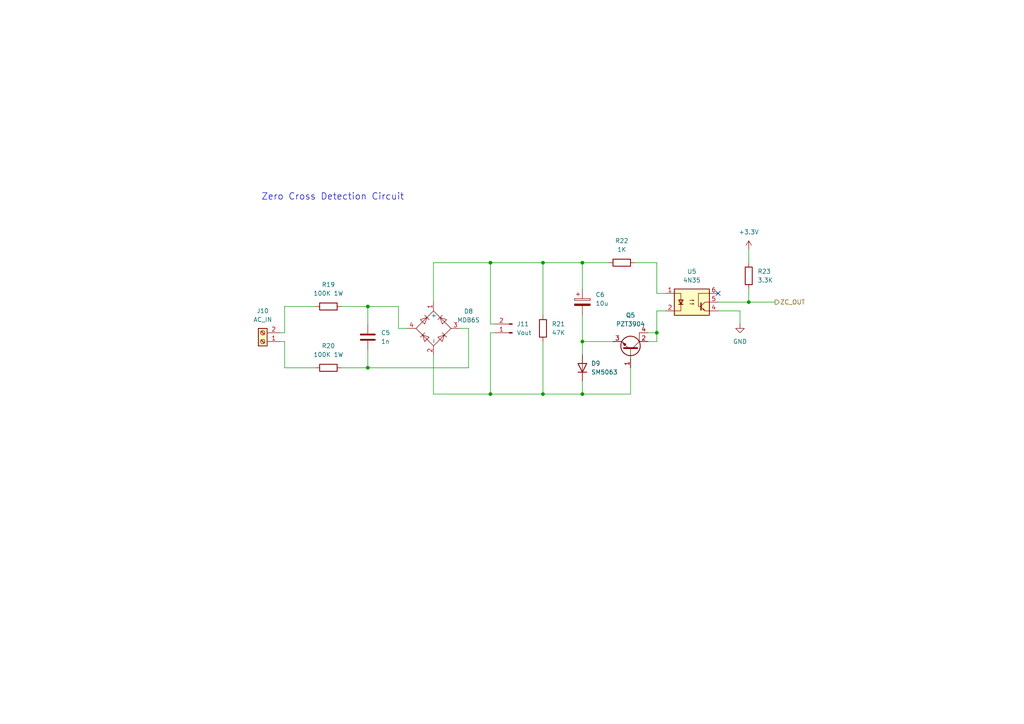
<source format=kicad_sch>
(kicad_sch (version 20250114) (generator "eeschema") (generator_version "9.0")
  (paper "A4")
  (title_block (date "2025-03-21") (rev "0") (company "キムラシール株式会社"))
  (lib_symbols
    (symbol "Connector:Conn_01x02_Pin" (pin_names (offset 1.016) (hide yes))
      (property "Reference" "J" (at 0 2.54 0))
      (property "Value" "Conn_01x02_Pin" (at 0 -5.08 0))
      (symbol "Conn_01x02_Pin_1_1"
        (rectangle (start 0.8636 0.127) (end 0 -0.127) (stroke (width 0.1524)) (fill (type outline)))
        (rectangle (start 0.8636 -2.413) (end 0 -2.667) (stroke (width 0.1524)) (fill (type outline)))
        (polyline (pts (xy 1.27 0) (xy 0.8636 0)) (stroke (width 0.1524)))
        (polyline (pts (xy 1.27 -2.54) (xy 0.8636 -2.54)) (stroke (width 0.1524)))
        (pin passive line (at 5.08 0 180) (length 3.81) (name "Pin_1") (number "1"))
        (pin passive line (at 5.08 -2.54 180) (length 3.81) (name "Pin_2") (number "2"))
      )
    )
    (symbol "Connector:Screw_Terminal_01x02" (pin_names (offset 1.016) (hide yes))
      (property "Reference" "J" (at 0 2.54 0))
      (property "Value" "Screw_Terminal_01x02" (at 0 -5.08 0))
      (symbol "Screw_Terminal_01x02_1_1"
        (rectangle (start -1.27 1.27) (end 1.27 -3.81) (stroke (width 0.254)) (fill (type background)))
        (polyline (pts (xy -0.5334 0.3302) (xy 0.3302 -0.508)) (stroke (width 0.1524)))
        (polyline (pts (xy -0.5334 -2.2098) (xy 0.3302 -3.048)) (stroke (width 0.1524)))
        (polyline (pts (xy -0.3556 0.508) (xy 0.508 -0.3302)) (stroke (width 0.1524)))
        (polyline (pts (xy -0.3556 -2.032) (xy 0.508 -2.8702)) (stroke (width 0.1524)))
        (circle (center 0 0) (radius 0.635) (stroke (width 0.1524)))
        (circle (center 0 -2.54) (radius 0.635) (stroke (width 0.1524)))
        (pin passive line (at -5.08 0 0) (length 3.81) (name "Pin_1") (number "1"))
        (pin passive line (at -5.08 -2.54 0) (length 3.81) (name "Pin_2") (number "2"))
      )
    )
    (symbol "Device:C" (pin_numbers (hide yes)) (pin_names (offset 0.254))
      (property "Reference" "C" (at 0.635 2.54 0))
      (property "Value" "C" (at 0.635 -2.54 0))
      (symbol "C_0_1"
        (polyline (pts (xy -2.032 0.762) (xy 2.032 0.762)) (stroke (width 0.508)))
        (polyline (pts (xy -2.032 -0.762) (xy 2.032 -0.762)) (stroke (width 0.508)))
      )
      (symbol "C_1_1"
        (pin passive line (at 0 3.81 270) (length 2.794) (name "~") (number "1"))
        (pin passive line (at 0 -3.81 90) (length 2.794) (name "~") (number "2"))
      )
    )
    (symbol "Device:C_Polarized" (pin_numbers (hide yes)) (pin_names (offset 0.254))
      (property "Reference" "C" (at 0.635 2.54 0))
      (property "Value" "C_Polarized" (at 0.635 -2.54 0))
      (symbol "C_Polarized_0_1"
        (rectangle (start -2.286 0.508) (end 2.286 1.016))
        (polyline (pts (xy -1.778 2.286) (xy -0.762 2.286)))
        (polyline (pts (xy -1.27 2.794) (xy -1.27 1.778)))
        (rectangle (start 2.286 -0.508) (end -2.286 -1.016) (fill (type outline)))
      )
      (symbol "C_Polarized_1_1"
        (pin passive line (at 0 3.81 270) (length 2.794) (name "~") (number "1"))
        (pin passive line (at 0 -3.81 90) (length 2.794) (name "~") (number "2"))
      )
    )
    (symbol "Device:R" (pin_numbers (hide yes)) (pin_names (offset 0))
      (property "Reference" "R" (at 2.032 0 90))
      (property "Value" "R" (at 0 0 90))
      (symbol "R_0_1"
        (rectangle (start -1.016 -2.54) (end 1.016 2.54) (stroke (width 0.254)))
      )
      (symbol "R_1_1"
        (pin passive line (at 0 3.81 270) (length 1.27) (name "~") (number "1"))
        (pin passive line (at 0 -3.81 90) (length 1.27) (name "~") (number "2"))
      )
    )
    (symbol "Diode:SM5063" (pin_numbers (hide yes)) (pin_names (hide yes))
      (property "Reference" "D" (at 0 2.54 0))
      (property "Value" "SM5063" (at 0 -2.54 0))
      (symbol "SM5063_0_1"
        (polyline (pts (xy -1.27 1.27) (xy -1.27 -1.27)) (stroke (width 0.254)))
        (polyline (pts (xy 1.27 1.27) (xy 1.27 -1.27) (xy -1.27 0) (xy 1.27 1.27)) (stroke (width 0.254)))
        (polyline (pts (xy 1.27 0) (xy -1.27 0)))
      )
      (symbol "SM5063_1_1"
        (pin passive line (at -3.81 0 0) (length 2.54) (name "K") (number "1"))
        (pin passive line (at 3.81 0 180) (length 2.54) (name "A") (number "2"))
      )
    )
    (symbol "Diode_Bridge:MDB6S"
      (property "Reference" "D" (at 3.81 6.35 0))
      (property "Value" "MDB6S" (at 6.35 3.81 0))
      (symbol "MDB6S_1_1"
        (polyline (pts (xy -5.08 0) (xy 0 -5.08) (xy 5.08 0) (xy 0 5.08) (xy -5.08 0)))
        (polyline (pts (xy -3.81 2.54) (xy -2.54 1.27) (xy -1.905 3.175) (xy -3.81 2.54)))
        (polyline (pts (xy -2.54 3.81) (xy -1.27 2.54)))
        (polyline (pts (xy -2.54 -1.27) (xy -3.81 -2.54) (xy -1.905 -3.175) (xy -2.54 -1.27)))
        (polyline (pts (xy -1.27 -2.54) (xy -2.54 -3.81)))
        (polyline (pts (xy 1.27 2.54) (xy 2.54 3.81) (xy 3.175 1.905) (xy 1.27 2.54)))
        (polyline (pts (xy 2.54 1.27) (xy 3.81 2.54)))
        (polyline (pts (xy 2.54 -1.27) (xy 3.81 -2.54)))
        (polyline (pts (xy 3.175 -1.905) (xy 1.27 -2.54) (xy 2.54 -3.81) (xy 3.175 -1.905)))
        (pin passive line (at -7.62 0 0) (length 2.54) (name "-") (number "2"))
        (pin passive line (at 0 7.62 270) (length 2.54) (name "~") (number "4"))
        (pin passive line (at 0 -7.62 90) (length 2.54) (name "~") (number "3"))
        (pin passive line (at 7.62 0 180) (length 2.54) (name "+") (number "1"))
      )
    )
    (symbol "Isolator:4N35" (pin_names (offset 1.016))
      (property "Reference" "U" (at -5.08 5.08 0))
      (property "Value" "4N35" (at 0 5.08 0))
      (symbol "4N35_0_1"
        (rectangle (start -5.08 3.81) (end 5.08 -3.81) (stroke (width 0.254)) (fill (type background)))
        (polyline (pts (xy -5.08 -2.54) (xy -3.175 -2.54) (xy -3.175 2.54) (xy -5.08 2.54)))
        (polyline (pts (xy -3.81 -0.635) (xy -2.54 -0.635)) (stroke (width 0.254)))
        (polyline (pts (xy -3.175 -0.635) (xy -3.81 0.635) (xy -2.54 0.635) (xy -3.175 -0.635)) (stroke (width 0.254)))
        (polyline (pts (xy -0.635 0.508) (xy 0.635 0.508) (xy 0.254 0.381) (xy 0.254 0.635) (xy 0.635 0.508)))
        (polyline (pts (xy -0.635 -0.508) (xy 0.635 -0.508) (xy 0.254 -0.635) (xy 0.254 -0.381) (xy 0.635 -0.508)))
        (polyline (pts (xy 2.667 -0.254) (xy 2.667 -2.286) (xy 2.667 -2.286)) (stroke (width 0.3556)))
        (polyline (pts (xy 2.667 -1.143) (xy 3.81 0)))
        (polyline (pts (xy 2.667 -1.397) (xy 3.81 -2.54)))
        (polyline (pts (xy 3.683 -2.413) (xy 3.429 -1.905) (xy 3.175 -2.159) (xy 3.683 -2.413)))
        (polyline (pts (xy 3.81 0) (xy 5.08 0)))
        (polyline (pts (xy 3.81 -2.54) (xy 5.08 -2.54)))
        (polyline (pts (xy 5.08 2.54) (xy 1.905 2.54) (xy 1.905 -1.27) (xy 2.54 -1.27)))
      )
      (symbol "4N35_1_1"
        (pin passive line (at -7.62 2.54 0) (length 2.54) (name "~") (number "1"))
        (pin passive line (at -7.62 -2.54 0) (length 2.54) (name "~") (number "2"))
        (pin no_connect line (at -5.08 0 0) (length 2.54) (hide yes) (name "NC") (number "3"))
        (pin passive line (at 7.62 2.54 180) (length 2.54) (name "~") (number "6"))
        (pin passive line (at 7.62 0 180) (length 2.54) (name "~") (number "5"))
        (pin passive line (at 7.62 -2.54 180) (length 2.54) (name "~") (number "4"))
      )
    )
    (symbol "Transistor_BJT:PZT3904" (pin_names (offset 0) (hide yes))
      (property "Reference" "Q" (at 5.08 1.905 0))
      (property "Value" "PZT3904" (at 5.08 0 0))
      (symbol "PZT3904_0_1"
        (polyline (pts (xy -2.54 0) (xy 0.635 0)))
        (polyline (pts (xy 0.635 1.905) (xy 0.635 -1.905)) (stroke (width 0.508)))
        (circle (center 1.27 0) (radius 2.8194) (stroke (width 0.254)))
        (polyline (pts (xy 2.54 2.54) (xy 5.08 2.54)))
      )
      (symbol "PZT3904_1_1"
        (polyline (pts (xy 0.635 0.635) (xy 2.54 2.54)))
        (polyline (pts (xy 0.635 -0.635) (xy 2.54 -2.54)))
        (polyline (pts (xy 1.27 -1.778) (xy 1.778 -1.27) (xy 2.286 -2.286) (xy 1.27 -1.778)) (fill (type outline)))
        (pin input line (at -5.08 0 0) (length 2.54) (name "B") (number "1"))
        (pin passive line (at 2.54 5.08 270) (length 2.54) (name "C") (number "2"))
        (pin passive line (at 2.54 -5.08 90) (length 2.54) (name "E") (number "3"))
        (pin passive line (at 5.08 5.08 270) (length 2.54) (name "C") (number "4"))
      )
    )
    (symbol "power:+3.3V" (power) (pin_numbers (hide yes)) (pin_names (offset 0) (hide yes))
      (property "Value" "+3.3V" (at 0 3.556 0))
      (symbol "+3.3V_0_1"
        (polyline (pts (xy -0.762 1.27) (xy 0 2.54)))
        (polyline (pts (xy 0 2.54) (xy 0.762 1.27)))
        (polyline (pts (xy 0 0) (xy 0 2.54)))
      )
      (symbol "+3.3V_1_1"
        (pin power_in line (at 0 0 90) (length 0) (name "~") (number "1"))
      )
    )
    (symbol "power:GND" (power) (pin_numbers (hide yes)) (pin_names (offset 0) (hide yes))
      (property "Value" "GND" (at 0 -3.81 0))
      (symbol "GND_0_1"
        (polyline (pts (xy 0 0) (xy 0 -1.27) (xy 1.27 -1.27) (xy 0 -2.54) (xy -1.27 -1.27) (xy 0 -1.27)))
      )
      (symbol "GND_1_1"
        (pin power_in line (at 0 0 270) (length 0) (name "~") (number "1"))
      )
    )
  )
  (text "Zero Cross Detection Circuit\n" (at 96.52 57.15 0) (effects (font (size 1.905 1.905))))
  (junction (at 142.24 114.3))
  (junction (at 168.91 114.3))
  (junction (at 168.91 76.2))
  (junction (at 190.5 96.52))
  (junction (at 106.68 88.9))
  (junction (at 157.48 76.2))
  (junction (at 106.68 106.68))
  (junction (at 168.91 99.06))
  (junction (at 142.24 76.2))
  (junction (at 217.17 87.63))
  (junction (at 157.48 114.3))
  (no_connect (at 208.28 85.09))
  (wire (pts (xy 125.73 76.2) (xy 125.73 87.63)))
  (wire (pts (xy 182.88 114.3) (xy 182.88 106.68)))
  (wire (pts (xy 214.63 90.17) (xy 214.63 93.98)))
  (wire (pts (xy 81.28 99.06) (xy 82.55 99.06)))
  (wire (pts (xy 217.17 72.39) (xy 217.17 76.2)))
  (wire (pts (xy 157.48 99.06) (xy 157.48 114.3)))
  (wire (pts (xy 190.5 99.06) (xy 190.5 96.52)))
  (wire (pts (xy 99.06 88.9) (xy 106.68 88.9)))
  (wire (pts (xy 142.24 93.98) (xy 143.51 93.98)))
  (wire (pts (xy 184.15 76.2) (xy 190.5 76.2)))
  (wire (pts (xy 106.68 88.9) (xy 115.57 88.9)))
  (wire (pts (xy 168.91 76.2) (xy 176.53 76.2)))
  (wire (pts (xy 187.96 96.52) (xy 190.5 96.52)))
  (wire (pts (xy 157.48 76.2) (xy 168.91 76.2)))
  (wire (pts (xy 106.68 88.9) (xy 106.68 93.98)))
  (wire (pts (xy 82.55 99.06) (xy 82.55 106.68)))
  (wire (pts (xy 190.5 76.2) (xy 190.5 85.09)))
  (wire (pts (xy 125.73 114.3) (xy 142.24 114.3)))
  (wire (pts (xy 208.28 87.63) (xy 217.17 87.63)))
  (wire (pts (xy 135.89 95.25) (xy 133.35 95.25)))
  (wire (pts (xy 106.68 106.68) (xy 135.89 106.68)))
  (wire (pts (xy 125.73 102.87) (xy 125.73 114.3)))
  (wire (pts (xy 157.48 114.3) (xy 168.91 114.3)))
  (wire (pts (xy 99.06 106.68) (xy 106.68 106.68)))
  (wire (pts (xy 106.68 101.6) (xy 106.68 106.68)))
  (wire (pts (xy 115.57 95.25) (xy 115.57 88.9)))
  (wire (pts (xy 157.48 76.2) (xy 157.48 91.44)))
  (wire (pts (xy 168.91 91.44) (xy 168.91 99.06)))
  (wire (pts (xy 82.55 88.9) (xy 91.44 88.9)))
  (wire (pts (xy 118.11 95.25) (xy 115.57 95.25)))
  (wire (pts (xy 142.24 76.2) (xy 157.48 76.2)))
  (wire (pts (xy 142.24 96.52) (xy 142.24 114.3)))
  (wire (pts (xy 217.17 87.63) (xy 224.79 87.63)))
  (wire (pts (xy 187.96 99.06) (xy 190.5 99.06)))
  (wire (pts (xy 135.89 106.68) (xy 135.89 95.25)))
  (wire (pts (xy 82.55 96.52) (xy 82.55 88.9)))
  (wire (pts (xy 142.24 114.3) (xy 157.48 114.3)))
  (wire (pts (xy 81.28 96.52) (xy 82.55 96.52)))
  (wire (pts (xy 142.24 96.52) (xy 143.51 96.52)))
  (wire (pts (xy 82.55 106.68) (xy 91.44 106.68)))
  (wire (pts (xy 168.91 99.06) (xy 177.8 99.06)))
  (wire (pts (xy 168.91 99.06) (xy 168.91 102.87)))
  (wire (pts (xy 190.5 90.17) (xy 193.04 90.17)))
  (wire (pts (xy 168.91 110.49) (xy 168.91 114.3)))
  (wire (pts (xy 168.91 114.3) (xy 182.88 114.3)))
  (wire (pts (xy 217.17 87.63) (xy 217.17 83.82)))
  (wire (pts (xy 190.5 96.52) (xy 190.5 90.17)))
  (wire (pts (xy 142.24 76.2) (xy 142.24 93.98)))
  (wire (pts (xy 125.73 76.2) (xy 142.24 76.2)))
  (wire (pts (xy 168.91 76.2) (xy 168.91 83.82)))
  (wire (pts (xy 208.28 90.17) (xy 214.63 90.17)))
  (wire (pts (xy 190.5 85.09) (xy 193.04 85.09)))
  (hierarchical_label "ZC_OUT" (shape output) (at 224.79 87.63 0))
  (symbol (lib_id "Diode:SM5063") (at 168.91 106.68 90) (unit 1)
    (property "Reference" "D9" (at 171.45 105.4099 90) (effects (justify right)))
    (property "Value" "SM5063" (at 171.45 107.9499 90) (effects (justify right)))
    (property "Footprint" "Diode_SMD:D_MELF" (effects (hide yes)))
    (property "Datasheet" "https://diotec.com/request/datasheet/sm5059.pdf" (effects (hide yes)))
    (property "Description" "Standard Recovery SMD Rectifier Diodes, IFAV = 2A, IFSM = 50/55A (50/60Hz), trr = 1500ns, VRRM = 1000V, DO-213AB (MELF)" (effects (hide yes)))
    (property "Sim.Device" "D" (effects (hide yes)))
    (property "Sim.Pins" "1=K 2=A" (effects (hide yes)))
  )
  (symbol (lib_id "Device:R") (at 180.34 76.2 90) (unit 1)
    (property "Reference" "R22" (at 180.34 69.85 90))
    (property "Value" "1K" (at 180.34 72.39 90))
    (property "Footprint" "Custom_footprints:Yageo RC_L 1206" (effects (hide yes)))
    (property "Description" "Resistor" (effects (hide yes)))
  )
  (symbol (lib_id "power:GND") (at 214.63 93.98 0) (unit 1)
    (property "Reference" "#PWR016" (effects (hide yes)))
    (property "Value" "GND" (at 214.63 99.06 0))
    (property "Description" "Power symbol creates a global label with name \"GND\" , ground" (effects (hide yes)))
  )
  (symbol (lib_id "Device:R") (at 95.25 88.9 90) (unit 1)
    (property "Reference" "R19" (at 95.25 82.55 90))
    (property "Value" "100K 1W" (at 95.25 85.09 90))
    (property "Footprint" "Custom_footprints:Yageo RC_L 1218" (effects (hide yes)))
    (property "Description" "Resistor" (effects (hide yes)))
  )
  (symbol (lib_id "Device:C") (at 106.68 97.79 0) (unit 1)
    (property "Reference" "C5" (at 110.49 96.5199 0) (effects (justify left)))
    (property "Value" "1n" (at 110.49 99.0599 0) (effects (justify left)))
    (property "Footprint" "Custom_footprints:TDK B32529C6102" (effects (hide yes)))
    (property "Description" "Unpolarized capacitor" (effects (hide yes)))
  )
  (symbol (lib_id "Diode_Bridge:MDB6S") (at 125.73 95.25 90) (unit 1)
    (property "Reference" "D8" (at 135.89 90.2968 90))
    (property "Value" "MDB6S" (at 135.89 92.8368 90))
    (property "Footprint" "Package_SO:TSSOP-4_4.4x5mm_P4mm" (effects (hide yes)))
    (property "Datasheet" "https://www.onsemi.com/pub/Collateral/MDB8S-D.PDF" (effects (hide yes)))
    (property "Description" "Single-Phase Bridge Rectifier, 420V Vrms, 1A If, TSSOP-4" (effects (hide yes)))
  )
  (symbol (lib_id "Device:R") (at 217.17 80.01 0) (unit 1)
    (property "Reference" "R23" (at 219.71 78.7399 0) (effects (justify left)))
    (property "Value" "3.3K" (at 219.71 81.2799 0) (effects (justify left)))
    (property "Footprint" "Custom_footprints:Yageo RC_L 1206" (effects (hide yes)))
    (property "Description" "Resistor" (effects (hide yes)))
  )
  (symbol (lib_id "Device:R") (at 157.48 95.25 0) (unit 1)
    (property "Reference" "R21" (at 160.02 93.9799 0) (effects (justify left)))
    (property "Value" "47K" (at 160.02 96.5199 0) (effects (justify left)))
    (property "Footprint" "Custom_footprints:Yageo RC_L 1206" (effects (hide yes)))
    (property "Description" "Resistor" (effects (hide yes)))
  )
  (symbol (lib_id "Device:C_Polarized") (at 168.91 87.63 0) (unit 1)
    (property "Reference" "C6" (at 172.72 85.4709 0) (effects (justify left)))
    (property "Value" "10u" (at 172.72 88.0109 0) (effects (justify left)))
    (property "Footprint" "Capacitor_SMD:CP_Elec_6.3x4.9" (effects (hide yes)))
    (property "Description" "Polarized capacitor" (effects (hide yes)))
  )
  (symbol (lib_id "Connector:Conn_01x02_Pin") (at 148.59 96.52 180) (unit 1)
    (property "Reference" "J11" (at 149.86 93.9799 0) (effects (justify right)))
    (property "Value" "Vout" (at 149.86 96.5199 0) (effects (justify right)))
    (property "Footprint" "Connector_PinHeader_2.54mm:PinHeader_1x02_P2.54mm_Vertical" (effects (hide yes)))
    (property "Description" "Generic connector, single row, 01x02, script generated" (effects (hide yes)))
  )
  (symbol (lib_id "power:+3.3V") (at 217.17 72.39 0) (unit 1)
    (property "Reference" "#PWR017" (effects (hide yes)))
    (property "Value" "+3.3V" (at 217.17 67.31 0))
    (property "Description" "Power symbol creates a global label with name \"+3.3V\"" (effects (hide yes)))
  )
  (symbol (lib_id "Device:R") (at 95.25 106.68 90) (unit 1)
    (property "Reference" "R20" (at 95.25 100.33 90))
    (property "Value" "100K 1W" (at 95.25 102.87 90))
    (property "Footprint" "Custom_footprints:Yageo RC_L 1218" (effects (hide yes)))
    (property "Description" "Resistor" (effects (hide yes)))
  )
  (symbol (lib_id "Transistor_BJT:PZT3904") (at 182.88 101.6 270) (mirror x) (unit 1)
    (property "Reference" "Q5" (at 182.88 91.44 90))
    (property "Value" "PZT3904" (at 182.88 93.98 90))
    (property "Footprint" "Package_TO_SOT_SMD:SOT-223" (effects (hide yes)))
    (property "Datasheet" "https://www.onsemi.com/pdf/datasheet/pzt3904-d.pdf" (effects (hide yes)))
    (property "Description" "0.2A Ic, 40V Vce, Small Signal NPN Transistor, SOT-223" (effects (hide yes)))
  )
  (symbol (lib_id "Isolator:4N35") (at 200.66 87.63 0) (unit 1)
    (property "Reference" "U5" (at 200.66 78.74 0))
    (property "Value" "4N35" (at 200.66 81.28 0))
    (property "Footprint" "Package_DIP:DIP-6_W7.62mm" (effects (hide yes)))
    (property "Datasheet" "https://www.vishay.com/docs/81181/4n35.pdf" (effects (hide yes)))
    (property "Description" "Optocoupler, Phototransistor Output, with Base Connection, Vce 70V, CTR 100%, Viso 5000V, DIP6" (effects (hide yes)))
  )
  (symbol (lib_id "Connector:Screw_Terminal_01x02") (at 76.2 99.06 180) (unit 1)
    (property "Reference" "J10" (at 76.2 90.17 0))
    (property "Value" "AC_IN" (at 76.2 92.71 0))
    (property "Footprint" "Custom_footprints:TerminalBlock_bornier-2_P5.08mm" (effects (hide yes)))
    (property "Description" "Generic screw terminal, single row, 01x02, script generated (kicad-library-utils/schlib/autogen/connector/)" (effects (hide yes)))
  )
)
</source>
